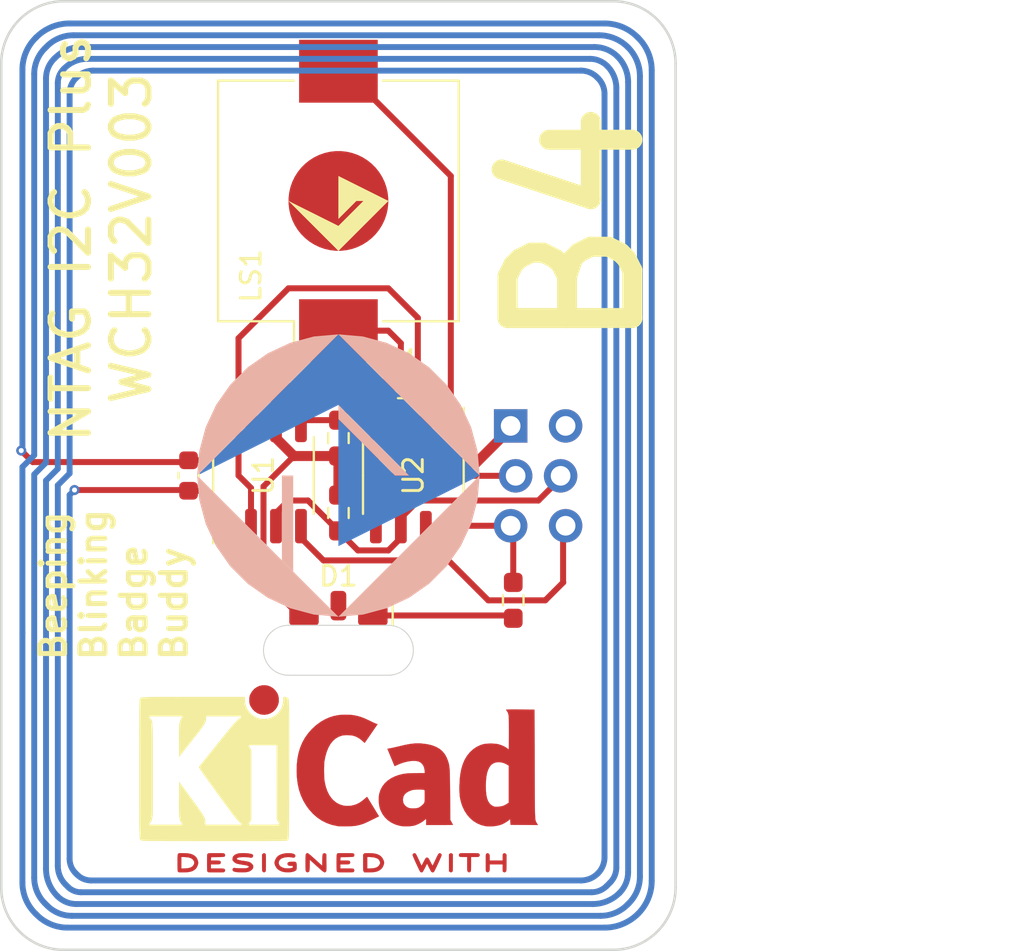
<source format=kicad_pcb>
(kicad_pcb (version 20240108) (generator "pcbnew") (generator_version "8.0")
  (layers (0 "F.Cu" signal) (31 "B.Cu" signal) (34 "B.Paste" user) (35 "F.Paste" user) (36 "B.SilkS" user "B.Silkscreen") (37 "F.SilkS" user "F.Silkscreen") (38 "B.Mask" user) (39 "F.Mask" user) (44 "Edge.Cuts" user))
  (net 0 "")
  (net 1 "GND")
  (net 2 "/SCL")
  (net 3 "/SDA")
  (net 4 "/ANT")
  (net 5 "VDD")
  (net 7 "/SWIO")
  (net 8 "/PZ+")
  (net 9 "/PZ-")
  (net 10 "/FD")
  (net 11 "Net-(D1-K)")
  (footprint "Capacitor_SMD:C_0603_1608Metric_Pad1.08x0.95mm_HandSolder" (layer "F.Cu") (at 162.56 97.155)
    (property "Reference" "C1")
    (property "Value" "1uF")
  )
  (footprint "Capacitor_SMD:C_0603_1608Metric" (layer "F.Cu") (at 151.765 101.6 -90)
    (property "Reference" "C2" (hide yes))
    (property "Value" "DNP")
  )
  (footprint "footprint:gs_logo_200mil" (layer "F.Cu") (at 159.385 87.63 90)
    (property "Reference" "GS1" (hide yes))
    (property "Value" "GS_logo")
  )
  (footprint "Resistor_SMD:R_0603_1608Metric_Pad0.98x0.95mm_HandSolder" (layer "F.Cu") (at 168.275 107.95 90)
    (property "Reference" "R1" (hide yes))
    (property "Value" "3.3k")
  )
  (footprint "custom:KiCad-Logo_8mm" (layer "F.Cu") (at 159.385 116.205)
    (property "Reference" "REF**" (hide yes))
    (property "Value" "KiCad-Logo_8mm" (hide yes))
  )
  (footprint "custom:Buzzer_Murata_PKLCS1212E_handy" (layer "F.Cu") (at 159.385 87.63 90)
    (property "Reference" "LS1")
    (property "Value" "Speaker_Crystal")
  )
  (footprint "Package_SO:SOP-8_3.9x4.9mm_P1.27mm" (layer "F.Cu") (at 163.195 101.6 -90)
    (property "Reference" "U2")
    (property "Value" "CH32V003F4P6")
  )
  (footprint "custom:PinHeader_2x03_P2.54mm_Staggered" (layer "F.Cu") (at 168.27 99.075)
    (property "Reference" "J1" (hide yes))
    (property "Value" "Conn_02x03_Odd_Even")
  )
  (footprint "Resistor_SMD:R_0603_1608Metric_Pad0.98x0.95mm_HandSolder" (layer "F.Cu") (at 159.385 103.505 -90)
    (property "Reference" "R4" (hide yes))
    (property "Value" "10k")
  )
  (footprint "Package_SO:SO-8_3.9x4.9mm_P1.27mm" (layer "F.Cu") (at 155.575 101.6 90)
    (property "Reference" "U1")
    (property "Value" "NT3H2211")
  )
  (footprint "Resistor_SMD:R_0603_1608Metric_Pad0.98x0.95mm_HandSolder" (layer "F.Cu") (at 159.385 99.695 -90)
    (property "Reference" "R5" (hide yes))
    (property "Value" "10k")
  )
  (footprint "custom:LED_Right_Angle_3x2x1mm" (layer "F.Cu") (at 159.385 109.22 180)
    (property "Reference" "D1")
    (property "Value" "Green")
  )
  (gr_poly (pts (xy 159.385 105.192) (xy 159.385 98.726) (xy 162.259 101.6) (xy 162.977 101.6) (xy 159.385 98.008) (xy 152.201 101.6) (xy 159.385 94.416) (xy 166.569 101.6)) (fill solid) (layer "B.Cu"))
  (gr_poly (pts (xy 158.13751 108.67486) (xy 156.92793 108.35075) (xy 155.793 107.82153) (xy 154.76721 107.10326) (xy 153.88174 106.21779) (xy 153.16347 105.192) (xy 152.63425 104.05707) (xy 152.31014 102.84749) (xy 152.201 101.6) (xy 159.385 108.784)) (fill solid) (layer "B.SilkS"))
  (gr_poly (pts (xy 166.45986 102.84749) (xy 166.13575 104.05707) (xy 165.60653 105.192) (xy 164.88826 106.21779) (xy 164.00279 107.10326) (xy 162.977 107.82153) (xy 161.84207 108.35075) (xy 160.63249 108.67486) (xy 159.385 108.784) (xy 166.569 101.6)) (fill solid) (layer "B.SilkS"))
  (gr_poly (pts (xy 159.385 94.416) (xy 160.63249 94.52514) (xy 161.84207 94.84925) (xy 162.977 95.37847) (xy 164.00279 96.09674) (xy 164.88826 96.98221) (xy 165.60653 98.008) (xy 166.13575 99.14293) (xy 166.45986 100.35251) (xy 166.569 101.6)) (fill solid) (layer "B.SilkS"))
  (gr_poly (pts (xy 152.201 101.6) (xy 152.31014 100.35251) (xy 152.63425 99.14293) (xy 153.16347 98.008) (xy 153.88174 96.98221) (xy 154.76721 96.09674) (xy 155.793 95.37847) (xy 156.92793 94.84925) (xy 158.13751 94.52514) (xy 159.385 94.416)) (fill solid) (layer "B.SilkS"))
  (gr_poly (pts (xy 156.511 105.911) (xy 156.511 101.6) (xy 157.086 101.6) (xy 157.086 106.485)) (fill solid) (layer "B.SilkS"))
  (gr_poly (pts (xy 162.259 101.6) (xy 159.385 98.726) (xy 159.385 98.008) (xy 162.977 101.6)) (fill solid) (layer "B.SilkS"))
  (gr_arc (start 142.24 80.645) (mid 143.169936 78.399936) (end 145.415 77.47) (stroke (width 0.127)) (layer "Edge.Cuts"))
  (gr_arc (start 145.415 125.73) (mid 143.169936 124.800064) (end 142.24 122.555) (stroke (width 0.127)) (layer "Edge.Cuts"))
  (gr_arc (start 173.355 77.47) (mid 175.600064 78.399936) (end 176.53 80.645) (stroke (width 0.127)) (layer "Edge.Cuts"))
  (gr_line (start 176.53 80.645) (end 176.53 122.555) (stroke (width 0.127)) (layer "Edge.Cuts"))
  (gr_arc (start 176.53 122.555) (mid 175.600064 124.800064) (end 173.355 125.73) (stroke (width 0.127)) (layer "Edge.Cuts"))
  (gr_line (start 161.925 109.22) (end 156.845 109.22) (stroke (width 0.05)) (layer "Edge.Cuts"))
  (gr_arc (start 156.845 111.76) (mid 155.575 110.49) (end 156.845 109.22) (stroke (width 0.05)) (layer "Edge.Cuts"))
  (gr_line (start 156.845 111.76) (end 161.925 111.76) (stroke (width 0.05)) (layer "Edge.Cuts"))
  (gr_line (start 145.415 77.47) (end 173.355 77.47) (stroke (width 0.127)) (layer "Edge.Cuts"))
  (gr_line (start 142.24 122.555) (end 142.24 80.645) (stroke (width 0.127)) (layer "Edge.Cuts"))
  (gr_arc (start 161.925 109.22) (mid 163.195 110.49) (end 161.925 111.76) (stroke (width 0.05)) (layer "Edge.Cuts"))
  (gr_line (start 173.355 125.73) (end 145.415 125.73) (stroke (width 0.127)) (layer "Edge.Cuts"))
  (gr_text "Beeping\nBlinking\nBadge\nBuddy\n" (at 147.955 111.125 90) (layer "F.SilkS") (effects (font (size 1.27 1.27) (thickness 0.254) (bold yes)) (justify left)))
  (gr_text "B4" (at 171.45 88.9 90) (layer "F.SilkS") (effects (font (size 6.35 6.35) (thickness 1.016))))
  (gr_text "NTAG I2C Plus\nWCH32V003" (at 147.32 89.535 90) (layer "F.SilkS") (effects (font (size 1.905 1.905) (thickness 0.3048))))
  (segment (start 154.94 104.175) (end 154.94 102.235) (width 0.3048) (layer "F.Cu") (net 1))
  (segment (start 163.4225 93.5725) (end 163.4225 97.155) (width 0.3048) (layer "F.Cu") (net 1))
  (segment (start 163.83 97.5625) (end 163.4225 97.155) (width 0.508) (layer "F.Cu") (net 1))
  (segment (start 161.925 92.075) (end 163.4225 93.5725) (width 0.3048) (layer "F.Cu") (net 1))
  (segment (start 154.305 101.6) (end 154.305 94.615) (width 0.3048) (layer "F.Cu") (net 1))
  (segment (start 156.845 92.075) (end 161.925 92.075) (width 0.3048) (layer "F.Cu") (net 1))
  (segment (start 163.83 98.975) (end 163.83 97.5625) (width 0.508) (layer "F.Cu") (net 1))
  (segment (start 154.305 94.615) (end 156.845 92.075) (width 0.3048) (layer "F.Cu") (net 1))
  (segment (start 154.94 102.235) (end 154.305 101.6) (width 0.3048) (layer "F.Cu") (net 1))
  (segment (start 162.56 103.759) (end 163.449 102.87) (width 0.3048) (layer "F.Cu") (net 2))
  (segment (start 162.56 104.225) (end 162.56 104.775) (width 0.3048) (layer "F.Cu") (net 2))
  (segment (start 160.3775 105.41) (end 159.385 104.4175) (width 0.3048) (layer "F.Cu") (net 2))
  (segment (start 156.845 102.87) (end 157.8375 102.87) (width 0.3048) (layer "F.Cu") (net 2))
  (segment (start 157.8375 102.87) (end 159.385 104.4175) (width 0.3048) (layer "F.Cu") (net 2))
  (segment (start 156.21 103.505) (end 156.845 102.87) (width 0.3048) (layer "F.Cu") (net 2))
  (segment (start 162.56 104.225) (end 162.56 103.759) (width 0.3048) (layer "F.Cu") (net 2))
  (segment (start 169.555 102.87) (end 170.81 101.615) (width 0.3048) (layer "F.Cu") (net 2))
  (segment (start 163.449 102.87) (end 169.555 102.87) (width 0.3048) (layer "F.Cu") (net 2))
  (segment (start 156.21 104.175) (end 156.21 103.505) (width 0.3048) (layer "F.Cu") (net 2))
  (segment (start 162.56 104.775) (end 161.925 105.41) (width 0.3048) (layer "F.Cu") (net 2))
  (segment (start 161.925 105.41) (end 160.3775 105.41) (width 0.3048) (layer "F.Cu") (net 2))
  (segment (start 159.512 98.933) (end 161.29 100.711) (width 0.3048) (layer "F.Cu") (net 3))
  (segment (start 161.29 100.711) (end 161.29 101.6) (width 0.3048) (layer "F.Cu") (net 3))
  (segment (start 168.27 101.615) (end 161.305 101.615) (width 0.3048) (layer "F.Cu") (net 3))
  (segment (start 161.305 101.615) (end 161.29 101.6) (width 0.3048) (layer "F.Cu") (net 3))
  (segment (start 157.7225 98.7825) (end 157.48 99.025) (width 0.3048) (layer "F.Cu") (net 3))
  (segment (start 161.29 102.235) (end 161.29 101.6) (width 0.3048) (layer "F.Cu") (net 3))
  (segment (start 161.29 104.225) (end 161.29 102.87) (width 0.3048) (layer "F.Cu") (net 3))
  (segment (start 159.385 98.7825) (end 159.385 98.933) (width 0.3048) (layer "F.Cu") (net 3))
  (segment (start 159.385 98.7825) (end 157.7225 98.7825) (width 0.3048) (layer "F.Cu") (net 3))
  (segment (start 161.29 102.87) (end 161.29 102.235) (width 0.3048) (layer "F.Cu") (net 3))
  (segment (start 143.256 100.33) (end 143.8402 100.9142) (width 0.3048) (layer "F.Cu") (net 4))
  (segment (start 153.67 99.025) (end 153.67 99.695) (width 0.3048) (layer "F.Cu") (net 4))
  (segment (start 153.67 104.175) (end 153.67 103.505) (width 0.3048) (layer "F.Cu") (net 4))
  (segment (start 153.67 103.505) (end 152.54 102.375) (width 0.3048) (layer "F.Cu") (net 4))
  (segment (start 152.54 100.825) (end 151.765 100.825) (width 0.3048) (layer "F.Cu") (net 4))
  (segment (start 143.8402 100.9142) (end 151.8028 100.9142) (width 0.3048) (layer "F.Cu") (net 4))
  (segment (start 145.9655 102.3366) (end 151.8536 102.3366) (width 0.3) (layer "F.Cu") (net 4))
  (segment (start 151.6758 100.9142) (end 151.765 100.825) (width 0.3048) (layer "F.Cu") (net 4))
  (segment (start 153.67 99.695) (end 152.54 100.825) (width 0.3048) (layer "F.Cu") (net 4))
  (segment (start 152.54 102.375) (end 151.765 102.375) (width 0.3048) (layer "F.Cu") (net 4))
  (segment (start 151.7266 102.3366) (end 151.765 102.375) (width 0.3) (layer "F.Cu") (net 4))
  (via (at 145.9655 102.3366) (size 0.508) (drill 0.254) (layers "F.Cu" "B.Cu") (net 4))
  (via (at 143.256 100.33) (size 0.508) (drill 0.254) (layers "F.Cu" "B.Cu") (net 4))
  (segment (start 145.7163 101.4936) (end 145.7163 82.15505) (width 0.3) (layer "B.Cu") (net 4))
  (segment (start 143.3163 109.6) (end 143.3163 101.1668) (width 0.3) (layer "B.Cu") (net 4))
  (segment (start 145.9655 102.3366) (end 145.7163 102.5858) (width 0.3) (layer "B.Cu") (net 4))
  (segment (start 143.9163 122.052) (end 143.9163 101.6) (width 0.3) (layer "B.Cu") (net 4))
  (segment (start 172.2583 122.8) (end 146.289661 122.8) (width 0.3) (layer "B.Cu") (net 4))
  (segment (start 145.095102 122.997352) (end 145.10325 123.0055) (width 0.3) (layer "B.Cu") (net 4))
  (segment (start 174.15122 123.36421) (end 174.0805 123.43493) (width 0.3) (layer "B.Cu") (net 4))
  (segment (start 143.256 100.2963) (end 143.3163 100.236) (width 0.3048) (layer "B.Cu") (net 4))
  (segment (start 144.45738 79.86879) (end 144.567463 79.758706) (width 0.3) (layer "B.Cu") (net 4))
  (segment (start 144.5163 100.941) (end 144.5163 81.399055) (width 0.3) (layer "B.Cu") (net 4))
  (segment (start 145.41064 80.92246) (end 145.450004 80.883095) (width 0.3) (layer "B.Cu") (net 4))
  (segment (start 172.538989 81.340769) (end 172.58669 81.38847) (width 0.3) (layer "B.Cu") (net 4))
  (segment (start 144.5163 121.6) (end 144.5163 101.8554) (width 0.3) (layer "B.Cu") (net 4))
  (segment (start 146.6163 80.4) (end 172.170832 80.4) (width 0.3) (layer "B.Cu") (net 4))
  (segment (start 172.916294 124.6) (end 145.611655 124.6) (width 0.3) (layer "B.Cu") (net 4))
  (segment (start 144.9318 80.39595) (end 144.970161 80.357589) (width 0.3) (layer "B.Cu") (net 4))
  (segment (start 145.513128 122.410029) (end 145.62976 122.52666) (width 0.3) (layer "B.Cu") (net 4))
  (segment (start 146.3163 79.8) (end 172.404836 79.8) (width 0.3) (layer "B.Cu") (net 4))
  (segment (start 175.3163 80.984236) (end 175.3163 122.220005) (width 0.3) (layer "B.Cu") (net 4))
  (segment (start 145.7163 78.6) (end 172.9163 78.6) (width 0.3) (layer "B.Cu") (net 4))
  (segment (start 172.7163 124) (end 145.831674 124) (width 0.3) (layer "B.Cu") (net 4))
  (segment (start 145.9163 79.2) (end 172.628819 79.2) (width 0.3) (layer "B.Cu") (net 4))
  (segment (start 143.9163 100.5668) (end 143.9163 81.175072) (width 0.3) (layer "B.Cu") (net 4))
  (segment (start 143.256 100.33) (end 143.256 100.2963) (width 0.3048) (layer "B.Cu") (net 4))
  (segment (start 143.3163 122.3) (end 143.3163 109.56) (width 0.3) (layer "B.Cu") (net 4))
  (segment (start 174.587507 79.292236) (end 174.63521 79.33994) (width 0.3) (layer "B.Cu") (net 4))
  (segment (start 172.9163 82.184218) (end 172.9163 121.020009) (width 0.3) (layer "B.Cu") (net 4))
  (segment (start 144.5163 101.8554) (end 145.1163 101.2554) (width 0.3) (layer "B.Cu") (net 4))
  (segment (start 173.19796 122.31054) (end 173.02684 122.481661) (width 0.3) (layer "B.Cu") (net 4))
  (segment (start 145.1163 102.0936) (end 145.7163 101.4936) (width 0.3) (layer "B.Cu") (net 4))
  (segment (start 146.03377 81.38861) (end 146.073126 81.349254) (width 0.3) (layer "B.Cu") (net 4))
  (segment (start 143.3163 100.236) (end 143.3163 80.955054) (width 0.3) (layer "B.Cu") (net 4))
  (segment (start 145.1163 121.452) (end 145.1163 102.0936) (width 0.3) (layer "B.Cu") (net 4))
  (segment (start 146.016057 121.823676) (end 146.09591 121.90353) (width 0.3) (layer "B.Cu") (net 4))
  (segment (start 143.98524 79.34009) (end 144.024609 79.300722) (width 0.3) (layer "B.Cu") (net 4))
  (segment (start 143.967524 123.872194) (end 144.04739 123.95206) (width 0.3) (layer "B.Cu") (net 4))
  (segment (start 143.3163 101.1668) (end 143.9163 100.5668) (width 0.3) (layer "B.Cu") (net 4))
  (segment (start 145.1163 101.2554) (end 145.1163 81.633059) (width 0.3) (layer "B.Cu") (net 4))
  (segment (start 172.317719 123.4) (end 146.055657 123.4) (width 0.3) (layer "B.Cu") (net 4))
  (segment (start 174.1163 81.582811) (end 174.1163 121.776004) (width 0.3) (layer "B.Cu") (net 4))
  (segment (start 146.9163 81) (end 171.7163 81) (width 0.3) (layer "B.Cu") (net 4))
  (segment (start 145.7163 102.5858) (end 145.7163 121.1) (width 0.3) (layer "B.Cu") (net 4))
  (segment (start 174.7163 81.284243) (end 174.7163 121.999987) (width 0.3) (layer "B.Cu") (net 4))
  (segment (start 144.45945 123.36328) (end 144.57609 123.47992) (width 0.3) (layer "B.Cu") (net 4))
  (segment (start 173.5163 81.884231) (end 173.5163 121.542) (width 0.3) (layer "B.Cu") (net 4))
  (segment (start 171.716312 122.2) (end 146.811651 122.2) (width 0.3) (layer "B.Cu") (net 4))
  (segment (start 143.9163 101.541) (end 144.5163 100.941) (width 0.3) (layer "B.Cu") (net 4))
  (arc (start 146.073126 81.349254) (mid 146.459978 81.090768) (end 146.9163 81) (width 0.3) (layer "B.Cu") (net 4))
  (arc (start 172.58669 81.38847) (mid 172.830638 81.753562) (end 172.9163 82.184218) (width 0.3) (layer "B.Cu") (net 4))
  (arc (start 145.450004 80.883095) (mid 145.985105 80.525552) (end 146.6163 80.4) (width 0.3) (layer "B.Cu") (net 4))
  (arc (start 144.5163 121.6) (mid 144.666726 122.356241) (end 145.095102 122.997352) (width 0.3) (layer "B.Cu") (net 4))
  (arc (start 146.811651 122.2) (mid 146.424295 122.12295) (end 146.09591 121.90353) (width 0.3) (layer "B.Cu") (net 4))
  (arc (start 173.02684 122.481661) (mid 172.674231 122.717266) (end 172.2583 122.8) (width 0.3) (layer "B.Cu") (net 4))
  (arc (start 146.289661 122.8) (mid 145.932526 122.728961) (end 145.62976 122.52666) (width 0.3) (layer "B.Cu") (net 4))
  (arc (start 174.0805 123.43493) (mid 173.4546 123.853143) (end 172.7163 124) (width 0.3) (layer "B.Cu") (net 4))
  (arc (start 143.9163 122.052) (mid 144.05746 122.76166) (end 144.45945 123.36328) (width 0.3) (layer "B.Cu") (net 4))
  (arc (start 172.9163 78.6) (mid 173.82075 78.779906) (end 174.587507 79.292236) (width 0.3) (layer "B.Cu") (net 4))
  (arc (start 145.7163 121.1) (mid 145.794204 121.491651) (end 146.016057 121.823676) (width 0.3) (layer "B.Cu") (net 4))
  (arc (start 172.404836 79.8) (mid 173.040478 79.926437) (end 173.57935 80.2865) (width 0.3) (layer "B.Cu") (net 4))
  (arc (start 173.57935 80.2865) (mid 173.976751 80.881252) (end 174.1163 81.582811) (width 0.3) (layer "B.Cu") (net 4))
  (arc (start 172.57483 121.84439) (mid 172.180938 122.10758) (end 171.716312 122.2) (width 0.3) (layer "B.Cu") (net 4))
  (arc (start 145.1163 81.633059) (mid 145.192796 81.248486) (end 145.41064 80.92246) (width 0.3) (layer "B.Cu") (net 4))
  (arc (start 173.6768 122.83705) (mid 173.053248 123.253695) (end 172.317719 123.4) (width 0.3) (layer "B.Cu") (net 4))
  (arc (start 172.9163 121.020009) (mid 172.827555 121.46616) (end 172.57483 121.84439) (width 0.3) (layer "B.Cu") (net 4))
  (arc (start 143.3163 122.3) (mid 143.485548 123.150865) (end 143.967524 123.872194) (width 0.3) (layer "B.Cu") (net 4))
  (arc (start 144.567463 79.758706) (mid 145.186315 79.345203) (end 145.9163 79.2) (width 0.3) (layer "B.Cu") (net 4))
  (arc (start 143.3163 80.955054) (mid 143.490152 80.081042) (end 143.98524 79.34009) (width 0.3) (layer "B.Cu") (net 4))
  (arc (start 146.055657 123.4) (mid 145.540219 123.297473) (end 145.10325 123.0055) (width 0.3) (layer "B.Cu") (net 4))
  (arc (start 174.10651 79.81208) (mid 174.557821 80.487515) (end 174.7163 81.284243) (width 0.3) (layer "B.Cu") (net 4))
  (arc (start 145.611655 124.6) (mid 144.765081 124.431606) (end 144.04739 123.95206) (width 0.3) (layer "B.Cu") (net 4))
  (arc (start 174.62336 123.89291) (mid 173.840152 124.416233) (end 172.916294 124.6) (width 0.3) (layer "B.Cu") (net 4))
  (arc (start 174.63521 79.33994) (mid 175.139291 80.09435) (end 175.3163 80.984236) (width 0.3) (layer "B.Cu") (net 4))
  (arc (start 175.3163 122.220005) (mid 175.136211 123.125374) (end 174.62336 123.89291) (width 0.3) (layer "B.Cu") (net 4))
  (arc (start 145.1163 121.452) (mid 145.219432 121.970481) (end 145.513128 122.410029) (width 0.3) (layer "B.Cu") (net 4))
  (arc (start 173.5163 121.542) (mid 173.433566 121.957931) (end 173.19796 122.31054) (width 0.3) (layer "B.Cu") (net 4))
  (arc (start 173.05284 80.76534) (mid 173.395851 81.278692) (end 173.5163 81.884231) (width 0.3) (layer "B.Cu") (net 4))
  (arc (start 143.9163 81.175072) (mid 144.056922 80.468118) (end 144.45738 79.86879) (width 0.3) (layer "B.Cu") (net 4))
  (arc (start 144.5163 81.399055) (mid 144.624285 80.856179) (end 144.9318 80.39595) (width 0.3) (layer "B.Cu") (net 4))
  (arc (start 174.7163 121.999987) (mid 174.569441 122.738299) (end 174.15122 123.36421) (width 0.3) (layer "B.Cu") (net 4))
  (arc (start 144.970161 80.357589) (mid 145.587775 79.944913) (end 146.3163 79.8) (width 0.3) (layer "B.Cu") (net 4))
  (arc (start 144.024609 79.300722) (mid 144.800763 78.782112) (end 145.7163 78.6) (width 0.3) (layer "B.Cu") (net 4))
  (arc (start 145.7163 82.15505) (mid 145.798808 81.740256) (end 146.03377 81.38861) (width 0.3) (layer "B.Cu") (net 4))
  (arc (start 171.7163 81) (mid 172.161536 81.088563) (end 172.538989 81.340769) (width 0.3) (layer "B.Cu") (net 4))
  (arc (start 172.170832 80.4) (mid 172.648171 80.494949) (end 173.05284 80.76534) (width 0.3) (layer "B.Cu") (net 4))
  (arc (start 172.628819 79.2) (mid 173.428539 79.359075) (end 174.10651 79.81208) (width 0.3) (layer "B.Cu") (net 4))
  (arc (start 145.831674 124) (mid 145.152157 123.864836) (end 144.57609 123.47992) (width 0.3) (layer "B.Cu") (net 4))
  (arc (start 174.1163 121.776004) (mid 174.002078 122.350238) (end 173.6768 122.83705) (width 0.3) (layer "B.Cu") (net 4))
  (segment (start 157.1225 100.6075) (end 155.575 102.155) (width 0.3048) (layer "F.Cu") (net 5))
  (segment (start 154.94 97.79) (end 155.575 97.155) (width 0.508) (layer "F.Cu") (net 5))
  (segment (start 166.38 100.965) (end 168.27 99.075) (width 0.508) (layer "F.Cu") (net 5))
  (segment (start 157.39775 108.72) (end 157.635 108.72) (width 0.3048) (layer "F.Cu") (net 5))
  (segment (start 161.29 98.975) (end 161.29 97.5625) (width 0.508) (layer "F.Cu") (net 5))
  (segment (start 159.385 100.57) (end 159.385 102.5925) (width 0.508) (layer "F.Cu") (net 5))
  (segment (start 156.21 99.025) (end 156.21 97.155) (width 0.508) (layer "F.Cu") (net 5))
  (segment (start 162.814 100.965) (end 166.38 100.965) (width 0.508) (layer "F.Cu") (net 5))
  (segment (start 159.512 97.155) (end 161.417 97.155) (width 0.508) (layer "F.Cu") (net 5))
  (segment (start 159.385 97.155) (end 161.6975 97.155) (width 0.508) (layer "F.Cu") (net 5))
  (segment (start 156.21 99.025) (end 156.21 99.695) (width 0.508) (layer "F.Cu") (net 5))
  (segment (start 161.29 99.441) (end 162.814 100.965) (width 0.508) (layer "F.Cu") (net 5))
  (segment (start 157.1225 100.6075) (end 159.385 100.6075) (width 0.508) (layer "F.Cu") (net 5))
  (segment (start 155.575 106.89725) (end 157.39775 108.72) (width 0.3048) (layer "F.Cu") (net 5))
  (segment (start 155.575 102.155) (end 155.575 106.89725) (width 0.3048) (layer "F.Cu") (net 5))
  (segment (start 154.94 99.025) (end 154.94 97.79) (width 0.508) (layer "F.Cu") (net 5))
  (segment (start 161.29 97.5625) (end 161.6975 97.155) (width 0.508) (layer "F.Cu") (net 5))
  (segment (start 156.21 99.695) (end 157.1225 100.6075) (width 0.508) (layer "F.Cu") (net 5))
  (segment (start 161.29 98.975) (end 161.29 99.441) (width 0.508) (layer "F.Cu") (net 5))
  (segment (start 156.21 97.155) (end 159.385 97.155) (width 0.508) (layer "F.Cu") (net 5))
  (segment (start 155.575 97.155) (end 156.21 97.155) (width 0.508) (layer "F.Cu") (net 5))
  (segment (start 168.275 107.0375) (end 168.275 104.16) (width 0.3048) (layer "F.Cu") (net 7))
  (segment (start 168.275 104.16) (end 168.27 104.155) (width 0.3048) (layer "F.Cu") (net 7))
  (segment (start 165.17 104.155) (end 165.1 104.225) (width 0.3048) (layer "F.Cu") (net 7))
  (segment (start 168.27 104.155) (end 165.17 104.155) (width 0.3048) (layer "F.Cu") (net 7))
  (segment (start 165.1 86.36) (end 159.77 81.03) (width 0.3048) (layer "F.Cu") (net 8))
  (segment (start 165.1 98.975) (end 165.1 86.36) (width 0.3048) (layer "F.Cu") (net 8))
  (segment (start 159.77 81.03) (end 159.385 81.03) (width 0.3048) (layer "F.Cu") (net 8))
  (segment (start 162.56 98.975) (end 162.56 94.869) (width 0.3048) (layer "F.Cu") (net 9))
  (segment (start 162.56 94.869) (end 161.921 94.23) (width 0.3048) (layer "F.Cu") (net 9))
  (segment (start 161.921 94.23) (end 159.385 94.23) (width 0.3048) (layer "F.Cu") (net 9))
  (segment (start 170.81 104.155) (end 170.81 107.0325) (width 0.3048) (layer "F.Cu") (net 10))
  (segment (start 170.81 107.0325) (end 170.815 107.0375) (width 0.3048) (layer "F.Cu") (net 10))
  (segment (start 169.9025 107.95) (end 167.005 107.95) (width 0.3048) (layer "F.Cu") (net 10))
  (segment (start 158.623 105.918) (end 162.433 105.918) (width 0.3048) (layer "F.Cu") (net 10))
  (segment (start 157.48 104.175) (end 157.48 104.775) (width 0.3048) (layer "F.Cu") (net 10))
  (segment (start 158.369 105.664) (end 158.623 105.918) (width 0.3048) (layer "F.Cu") (net 10))
  (segment (start 163.195 105.41) (end 163.83 104.775) (width 0.3048) (layer "F.Cu") (net 10))
  (segment (start 163.83 104.775) (end 163.83 104.225) (width 0.3048) (layer "F.Cu") (net 10))
  (segment (start 167.005 107.95) (end 163.83 104.775) (width 0.3048) (layer "F.Cu") (net 10))
  (segment (start 157.48 104.775) (end 158.369 105.664) (width 0.3048) (layer "F.Cu") (net 10))
  (segment (start 170.815 107.0375) (end 169.9025 107.95) (width 0.3048) (layer "F.Cu") (net 10))
  (segment (start 162.433 105.918) (end 162.687 105.918) (width 0.3048) (layer "F.Cu") (net 10))
  (segment (start 162.687 105.918) (end 163.195 105.41) (width 0.3048) (layer "F.Cu") (net 10))
  (segment (start 168.1325 108.72) (end 168.275 108.8625) (width 0.3048) (layer "F.Cu") (net 11))
  (segment (start 161.135 108.72) (end 168.1325 108.72) (width 0.3048) (layer "F.Cu") (net 11))
)
</source>
